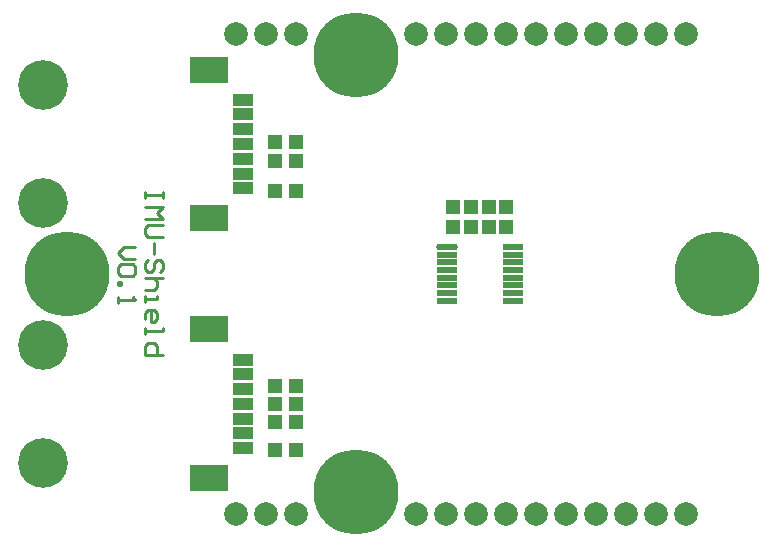
<source format=gts>
G04 Layer_Color=8388736*
%FSLAX44Y44*%
%MOMM*%
G71*
G01*
G75*
%ADD25C,0.2500*%
%ADD26R,1.3032X1.2032*%
%ADD27R,1.2032X1.3032*%
%ADD28R,1.8032X1.0032*%
%ADD29R,3.2032X2.3032*%
G04:AMPARAMS|DCode=30|XSize=1.8032mm|YSize=0.5532mm|CornerRadius=0.1891mm|HoleSize=0mm|Usage=FLASHONLY|Rotation=0.000|XOffset=0mm|YOffset=0mm|HoleType=Round|Shape=RoundedRectangle|*
%AMROUNDEDRECTD30*
21,1,1.8032,0.1750,0,0,0.0*
21,1,1.4250,0.5532,0,0,0.0*
1,1,0.3782,0.7125,-0.0875*
1,1,0.3782,-0.7125,-0.0875*
1,1,0.3782,-0.7125,0.0875*
1,1,0.3782,0.7125,0.0875*
%
%ADD30ROUNDEDRECTD30*%
%ADD31R,1.8032X0.5532*%
%ADD32C,7.2032*%
%ADD33C,4.2032*%
%ADD34C,2.0032*%
D25*
X107995Y23000D02*
X97998D01*
X93000Y18002D01*
X97998Y13003D01*
X107995D01*
X105496Y8005D02*
X107995Y5506D01*
Y507D01*
X105496Y-1992D01*
X95499D01*
X93000Y507D01*
Y5506D01*
X95499Y8005D01*
X105496D01*
X93000Y-6990D02*
X95499D01*
Y-9489D01*
X93000D01*
Y-6990D01*
Y-19486D02*
Y-24485D01*
Y-21985D01*
X107995D01*
X105496Y-19486D01*
X130995Y69000D02*
Y64002D01*
Y66501D01*
X116000D01*
Y69000D01*
Y64002D01*
Y56504D02*
X130995D01*
X125997Y51506D01*
X130995Y46507D01*
X116000D01*
X130995Y41509D02*
X118499D01*
X116000Y39010D01*
Y34011D01*
X118499Y31512D01*
X130995D01*
X123498Y26514D02*
Y16517D01*
X128496Y1522D02*
X130995Y4021D01*
Y9019D01*
X128496Y11519D01*
X125997D01*
X123498Y9019D01*
Y4021D01*
X120998Y1522D01*
X118499D01*
X116000Y4021D01*
Y9019D01*
X118499Y11519D01*
X130995Y-3476D02*
X116000D01*
X123498D01*
X125997Y-5976D01*
Y-10974D01*
X123498Y-13473D01*
X116000D01*
Y-18472D02*
Y-23470D01*
Y-20971D01*
X125997D01*
Y-18472D01*
X116000Y-38465D02*
Y-33467D01*
X118499Y-30968D01*
X123498D01*
X125997Y-33467D01*
Y-38465D01*
X123498Y-40964D01*
X120998D01*
Y-30968D01*
X116000Y-45963D02*
Y-50961D01*
Y-48462D01*
X130995D01*
Y-45963D01*
Y-68456D02*
X116000D01*
Y-60958D01*
X118499Y-58459D01*
X123498D01*
X125997Y-60958D01*
Y-68456D01*
D26*
X243500Y96000D02*
D03*
X226500D02*
D03*
X243500Y-125000D02*
D03*
X226500D02*
D03*
X243500Y112000D02*
D03*
X226500D02*
D03*
X243500Y-110000D02*
D03*
X226500D02*
D03*
Y70000D02*
D03*
X243500D02*
D03*
X226500Y-149000D02*
D03*
X243500D02*
D03*
X243500Y-95000D02*
D03*
X226500D02*
D03*
D27*
X422000Y39500D02*
D03*
Y56500D02*
D03*
X407000Y39500D02*
D03*
Y56500D02*
D03*
X392000Y39500D02*
D03*
Y56500D02*
D03*
X377000D02*
D03*
Y39500D02*
D03*
D28*
X199000Y110000D02*
D03*
Y97500D02*
D03*
Y85000D02*
D03*
Y147500D02*
D03*
Y135000D02*
D03*
Y122500D02*
D03*
Y72500D02*
D03*
Y-110000D02*
D03*
Y-122500D02*
D03*
Y-135000D02*
D03*
Y-72500D02*
D03*
Y-85000D02*
D03*
Y-97500D02*
D03*
Y-147500D02*
D03*
D29*
X170000Y173000D02*
D03*
Y47000D02*
D03*
Y-47000D02*
D03*
Y-173000D02*
D03*
D30*
X372000Y22750D02*
D03*
D31*
Y16250D02*
D03*
Y9750D02*
D03*
Y3250D02*
D03*
Y-3250D02*
D03*
Y-9750D02*
D03*
Y-16250D02*
D03*
Y-22750D02*
D03*
X428000Y22750D02*
D03*
Y16250D02*
D03*
Y9750D02*
D03*
Y3250D02*
D03*
Y-3250D02*
D03*
Y-9750D02*
D03*
Y-16250D02*
D03*
Y-22750D02*
D03*
D32*
X50000Y0D02*
D03*
X600000D02*
D03*
X295000Y185000D02*
D03*
Y-185000D02*
D03*
D33*
X30000Y-60000D02*
D03*
Y-160000D02*
D03*
Y60000D02*
D03*
Y160000D02*
D03*
D34*
X497600Y203200D02*
D03*
X573800Y-203200D02*
D03*
X396000Y203200D02*
D03*
X345200Y-203200D02*
D03*
X548400D02*
D03*
X421400D02*
D03*
X523000D02*
D03*
X497600D02*
D03*
X472200D02*
D03*
X446800D02*
D03*
X396000D02*
D03*
X370600D02*
D03*
X243600D02*
D03*
X218200D02*
D03*
X192800D02*
D03*
Y203200D02*
D03*
X218200D02*
D03*
X243600D02*
D03*
X421400D02*
D03*
X446800D02*
D03*
X472200D02*
D03*
X523000D02*
D03*
X548400D02*
D03*
X573800D02*
D03*
X345200D02*
D03*
X370600D02*
D03*
M02*

</source>
